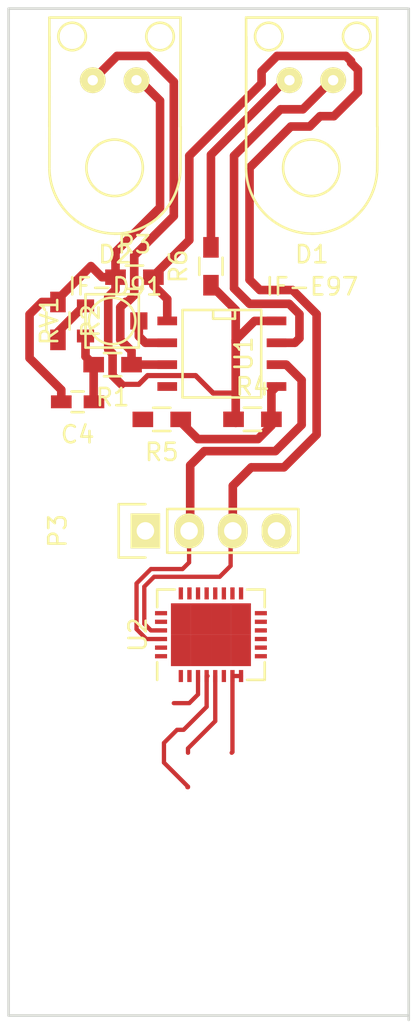
<source format=kicad_pcb>
(kicad_pcb (version 4) (host pcbnew 4.0.2-stable)

  (general
    (links 28)
    (no_connects 6)
    (area 83.924999 70.674999 107.325001 129.575001)
    (thickness 1.6)
    (drawings 5)
    (tracks 156)
    (zones 0)
    (modules 13)
    (nets 34)
  )

  (page A4)
  (layers
    (0 F.Cu signal)
    (31 B.Cu signal)
    (32 B.Adhes user)
    (33 F.Adhes user)
    (34 B.Paste user)
    (35 F.Paste user)
    (36 B.SilkS user)
    (37 F.SilkS user)
    (38 B.Mask user)
    (39 F.Mask user)
    (40 Dwgs.User user)
    (41 Cmts.User user)
    (42 Eco1.User user)
    (43 Eco2.User user)
    (44 Edge.Cuts user)
    (45 Margin user)
    (46 B.CrtYd user)
    (47 F.CrtYd user)
    (48 B.Fab user)
    (49 F.Fab user)
  )

  (setup
    (last_trace_width 0.5)
    (user_trace_width 0.3)
    (user_trace_width 0.5)
    (trace_clearance 0.2)
    (zone_clearance 0.508)
    (zone_45_only no)
    (trace_min 0.2)
    (segment_width 0.2)
    (edge_width 0.15)
    (via_size 0.6)
    (via_drill 0.4)
    (via_min_size 0.4)
    (via_min_drill 0.3)
    (uvia_size 0.3)
    (uvia_drill 0.1)
    (uvias_allowed no)
    (uvia_min_size 0.2)
    (uvia_min_drill 0.1)
    (pcb_text_width 0.3)
    (pcb_text_size 1.5 1.5)
    (mod_edge_width 0.15)
    (mod_text_size 1 1)
    (mod_text_width 0.15)
    (pad_size 1.5 1.5)
    (pad_drill 0.6)
    (pad_to_mask_clearance 0.2)
    (aux_axis_origin 0 0)
    (visible_elements 7FFFFFFF)
    (pcbplotparams
      (layerselection 0x00030_80000001)
      (usegerberextensions false)
      (excludeedgelayer true)
      (linewidth 0.100000)
      (plotframeref false)
      (viasonmask false)
      (mode 1)
      (useauxorigin false)
      (hpglpennumber 1)
      (hpglpenspeed 20)
      (hpglpendiameter 15)
      (hpglpenoverlay 2)
      (psnegative false)
      (psa4output false)
      (plotreference true)
      (plotvalue true)
      (plotinvisibletext false)
      (padsonsilk false)
      (subtractmaskfromsilk false)
      (outputformat 1)
      (mirror false)
      (drillshape 1)
      (scaleselection 1)
      (outputdirectory ""))
  )

  (net 0 "")
  (net 1 /GND)
  (net 2 /VCC)
  (net 3 "Net-(D1-Pad1)")
  (net 4 "Net-(D1-Pad2)")
  (net 5 "Net-(D2-Pad1)")
  (net 6 /RX)
  (net 7 /TX)
  (net 8 "Net-(R2-Pad2)")
  (net 9 "Net-(R4-Pad2)")
  (net 10 "Net-(RV1-Pad2)")
  (net 11 /D-)
  (net 12 /D+)
  (net 13 /RST)
  (net 14 /SUSP1)
  (net 15 /DCD)
  (net 16 /RI)
  (net 17 /SUSP2)
  (net 18 /CTS)
  (net 19 /RTS)
  (net 20 /DSR)
  (net 21 /DTR)
  (net 22 /Vdd)
  (net 23 "Net-(U2-Pad10)")
  (net 24 "Net-(U2-Pad13)")
  (net 25 "Net-(U2-Pad14)")
  (net 26 "Net-(U2-Pad15)")
  (net 27 "Net-(U2-Pad16)")
  (net 28 "Net-(U2-Pad17)")
  (net 29 "Net-(U2-Pad18)")
  (net 30 "Net-(U2-Pad19)")
  (net 31 "Net-(U2-Pad20)")
  (net 32 "Net-(U2-Pad21)")
  (net 33 "Net-(U2-Pad22)")

  (net_class Default "This is the default net class."
    (clearance 0.2)
    (trace_width 0.25)
    (via_dia 0.6)
    (via_drill 0.4)
    (uvia_dia 0.3)
    (uvia_drill 0.1)
    (add_net /CTS)
    (add_net /D+)
    (add_net /D-)
    (add_net /DCD)
    (add_net /DSR)
    (add_net /DTR)
    (add_net /GND)
    (add_net /RI)
    (add_net /RST)
    (add_net /RTS)
    (add_net /RX)
    (add_net /SUSP1)
    (add_net /SUSP2)
    (add_net /TX)
    (add_net /VCC)
    (add_net /Vdd)
    (add_net "Net-(D1-Pad1)")
    (add_net "Net-(D1-Pad2)")
    (add_net "Net-(D2-Pad1)")
    (add_net "Net-(R2-Pad2)")
    (add_net "Net-(R4-Pad2)")
    (add_net "Net-(RV1-Pad2)")
    (add_net "Net-(U2-Pad10)")
    (add_net "Net-(U2-Pad13)")
    (add_net "Net-(U2-Pad14)")
    (add_net "Net-(U2-Pad15)")
    (add_net "Net-(U2-Pad16)")
    (add_net "Net-(U2-Pad17)")
    (add_net "Net-(U2-Pad18)")
    (add_net "Net-(U2-Pad19)")
    (add_net "Net-(U2-Pad20)")
    (add_net "Net-(U2-Pad21)")
    (add_net "Net-(U2-Pad22)")
  )

  (net_class Test ""
    (clearance 0.3)
    (trace_width 0.5)
    (via_dia 0.6)
    (via_drill 0.4)
    (uvia_dia 0.3)
    (uvia_drill 0.1)
  )

  (module Capacitors_SMD:C_0603_HandSoldering (layer F.Cu) (tedit 541A9B4D) (tstamp 570519D7)
    (at 88.011 93.59392 180)
    (descr "Capacitor SMD 0603, hand soldering")
    (tags "capacitor 0603")
    (path /5705332F)
    (attr smd)
    (fp_text reference C4 (at 0 -1.9 180) (layer F.SilkS)
      (effects (font (size 1 1) (thickness 0.15)))
    )
    (fp_text value C (at 0 1.9 180) (layer F.Fab)
      (effects (font (size 1 1) (thickness 0.15)))
    )
    (fp_line (start -1.85 -0.75) (end 1.85 -0.75) (layer F.CrtYd) (width 0.05))
    (fp_line (start -1.85 0.75) (end 1.85 0.75) (layer F.CrtYd) (width 0.05))
    (fp_line (start -1.85 -0.75) (end -1.85 0.75) (layer F.CrtYd) (width 0.05))
    (fp_line (start 1.85 -0.75) (end 1.85 0.75) (layer F.CrtYd) (width 0.05))
    (fp_line (start -0.35 -0.6) (end 0.35 -0.6) (layer F.SilkS) (width 0.15))
    (fp_line (start 0.35 0.6) (end -0.35 0.6) (layer F.SilkS) (width 0.15))
    (pad 1 smd rect (at -0.95 0 180) (size 1.2 0.75) (layers F.Cu F.Paste F.Mask)
      (net 1 /GND))
    (pad 2 smd rect (at 0.95 0 180) (size 1.2 0.75) (layers F.Cu F.Paste F.Mask)
      (net 2 /VCC))
    (model Capacitors_SMD.3dshapes/C_0603_HandSoldering.wrl
      (at (xyz 0 0 0))
      (scale (xyz 1 1 1))
      (rotate (xyz 0 0 0))
    )
  )

  (module hw:IF-E97 (layer F.Cu) (tedit 57051B85) (tstamp 570519E9)
    (at 101.6 80.01)
    (path /57029DC9)
    (fp_text reference D1 (at 0.02 5.02) (layer F.SilkS)
      (effects (font (size 1 1) (thickness 0.15)))
    )
    (fp_text value IF-E97 (at 0.03 6.89) (layer F.SilkS)
      (effects (font (size 1 1) (thickness 0.15)))
    )
    (fp_arc (start 0.03 -0.02) (end 0.12 3.81) (angle 90) (layer F.SilkS) (width 0.15))
    (fp_arc (start -0.01 -0.01) (end 3.82 -0.01) (angle 90) (layer F.SilkS) (width 0.15))
    (fp_line (start 3.83 -2.4) (end 3.82 -0.02) (layer F.SilkS) (width 0.15))
    (fp_circle (center -0.01 -0.01) (end 0 1.63) (layer F.SilkS) (width 0.15))
    (fp_line (start -3.79 -7.63) (end -3.8 -0.01) (layer F.SilkS) (width 0.15))
    (fp_line (start -3.79 -8.74) (end -2.46 -8.74) (layer F.SilkS) (width 0.15))
    (fp_circle (center 2.63 -7.64) (end 2.63 -6.84) (layer F.SilkS) (width 0.15))
    (fp_circle (center -2.48 -7.64) (end -2.49 -6.84) (layer F.SilkS) (width 0.15))
    (fp_line (start 3.82 -2.39) (end 3.82 -8.74) (layer F.SilkS) (width 0.15))
    (fp_line (start -3.8 -2.39) (end -3.8 -8.74) (layer F.SilkS) (width 0.15))
    (fp_line (start -3.8 -8.74) (end 3.82 -8.74) (layer F.SilkS) (width 0.15))
    (pad 1 thru_hole circle (at -1.28 -5.1) (size 1.5 1.5) (drill 0.6) (layers *.Mask F.Cu F.SilkS)
      (net 3 "Net-(D1-Pad1)"))
    (pad 2 thru_hole circle (at 1.26 -5.1) (size 1.5 1.5) (drill 0.6) (layers *.Mask F.Cu F.SilkS)
      (net 4 "Net-(D1-Pad2)"))
  )

  (module hw:IF-D91 (layer F.Cu) (tedit 57051B7E) (tstamp 570519EF)
    (at 90.17 80.01)
    (path /57029E87)
    (fp_text reference D2 (at 0.02 5.02) (layer F.SilkS)
      (effects (font (size 1 1) (thickness 0.15)))
    )
    (fp_text value IF-D91 (at 0.03 6.89) (layer F.SilkS)
      (effects (font (size 1 1) (thickness 0.15)))
    )
    (fp_arc (start 0.03 -0.02) (end 0.12 3.81) (angle 90) (layer F.SilkS) (width 0.15))
    (fp_arc (start -0.01 -0.01) (end 3.82 -0.01) (angle 90) (layer F.SilkS) (width 0.15))
    (fp_line (start 3.83 -2.4) (end 3.82 -0.02) (layer F.SilkS) (width 0.15))
    (fp_circle (center -0.01 -0.01) (end 0 1.63) (layer F.SilkS) (width 0.15))
    (fp_line (start -3.79 -7.63) (end -3.8 -0.01) (layer F.SilkS) (width 0.15))
    (fp_line (start -3.79 -8.74) (end -2.46 -8.74) (layer F.SilkS) (width 0.15))
    (fp_circle (center 2.63 -7.64) (end 2.63 -6.84) (layer F.SilkS) (width 0.15))
    (fp_circle (center -2.48 -7.64) (end -2.49 -6.84) (layer F.SilkS) (width 0.15))
    (fp_line (start 3.82 -2.39) (end 3.82 -8.74) (layer F.SilkS) (width 0.15))
    (fp_line (start -3.8 -2.39) (end -3.8 -8.74) (layer F.SilkS) (width 0.15))
    (fp_line (start -3.8 -8.74) (end 3.82 -8.74) (layer F.SilkS) (width 0.15))
    (pad 1 thru_hole circle (at -1.28 -5.1) (size 1.5 1.5) (drill 0.6) (layers *.Mask F.Cu F.SilkS)
      (net 5 "Net-(D2-Pad1)"))
    (pad 2 thru_hole circle (at 1.26 -5.1) (size 1.5 1.5) (drill 0.6) (layers *.Mask F.Cu F.SilkS)
      (net 2 /VCC))
  )

  (module Resistors_SMD:R_0603_HandSoldering (layer F.Cu) (tedit 5418A00F) (tstamp 57051A36)
    (at 90.043 91.43492 180)
    (descr "Resistor SMD 0603, hand soldering")
    (tags "resistor 0603")
    (path /57025223)
    (attr smd)
    (fp_text reference R1 (at 0 -1.9 180) (layer F.SilkS)
      (effects (font (size 1 1) (thickness 0.15)))
    )
    (fp_text value 100k (at 0 1.9 180) (layer F.Fab)
      (effects (font (size 1 1) (thickness 0.15)))
    )
    (fp_line (start -2 -0.8) (end 2 -0.8) (layer F.CrtYd) (width 0.05))
    (fp_line (start -2 0.8) (end 2 0.8) (layer F.CrtYd) (width 0.05))
    (fp_line (start -2 -0.8) (end -2 0.8) (layer F.CrtYd) (width 0.05))
    (fp_line (start 2 -0.8) (end 2 0.8) (layer F.CrtYd) (width 0.05))
    (fp_line (start 0.5 0.675) (end -0.5 0.675) (layer F.SilkS) (width 0.15))
    (fp_line (start -0.5 -0.675) (end 0.5 -0.675) (layer F.SilkS) (width 0.15))
    (pad 1 smd rect (at -1.1 0 180) (size 1.2 0.9) (layers F.Cu F.Paste F.Mask)
      (net 5 "Net-(D2-Pad1)"))
    (pad 2 smd rect (at 1.1 0 180) (size 1.2 0.9) (layers F.Cu F.Paste F.Mask)
      (net 1 /GND))
    (model Resistors_SMD.3dshapes/R_0603_HandSoldering.wrl
      (at (xyz 0 0 0))
      (scale (xyz 1 1 1))
      (rotate (xyz 0 0 0))
    )
  )

  (module Resistors_SMD:R_0603_HandSoldering (layer F.Cu) (tedit 5418A00F) (tstamp 57051A3C)
    (at 86.868 88.89492 270)
    (descr "Resistor SMD 0603, hand soldering")
    (tags "resistor 0603")
    (path /57025332)
    (attr smd)
    (fp_text reference R2 (at 0 -1.9 270) (layer F.SilkS)
      (effects (font (size 1 1) (thickness 0.15)))
    )
    (fp_text value 47k (at 0 1.9 270) (layer F.Fab)
      (effects (font (size 1 1) (thickness 0.15)))
    )
    (fp_line (start -2 -0.8) (end 2 -0.8) (layer F.CrtYd) (width 0.05))
    (fp_line (start -2 0.8) (end 2 0.8) (layer F.CrtYd) (width 0.05))
    (fp_line (start -2 -0.8) (end -2 0.8) (layer F.CrtYd) (width 0.05))
    (fp_line (start 2 -0.8) (end 2 0.8) (layer F.CrtYd) (width 0.05))
    (fp_line (start 0.5 0.675) (end -0.5 0.675) (layer F.SilkS) (width 0.15))
    (fp_line (start -0.5 -0.675) (end 0.5 -0.675) (layer F.SilkS) (width 0.15))
    (pad 1 smd rect (at -1.1 0 270) (size 1.2 0.9) (layers F.Cu F.Paste F.Mask)
      (net 2 /VCC))
    (pad 2 smd rect (at 1.1 0 270) (size 1.2 0.9) (layers F.Cu F.Paste F.Mask)
      (net 8 "Net-(R2-Pad2)"))
    (model Resistors_SMD.3dshapes/R_0603_HandSoldering.wrl
      (at (xyz 0 0 0))
      (scale (xyz 1 1 1))
      (rotate (xyz 0 0 0))
    )
  )

  (module Resistors_SMD:R_0603_HandSoldering (layer F.Cu) (tedit 5418A00F) (tstamp 57051A42)
    (at 91.313 86.35492)
    (descr "Resistor SMD 0603, hand soldering")
    (tags "resistor 0603")
    (path /5702575B)
    (attr smd)
    (fp_text reference R3 (at 0 -1.9) (layer F.SilkS)
      (effects (font (size 1 1) (thickness 0.15)))
    )
    (fp_text value 1k (at 0 1.9) (layer F.Fab)
      (effects (font (size 1 1) (thickness 0.15)))
    )
    (fp_line (start -2 -0.8) (end 2 -0.8) (layer F.CrtYd) (width 0.05))
    (fp_line (start -2 0.8) (end 2 0.8) (layer F.CrtYd) (width 0.05))
    (fp_line (start -2 -0.8) (end -2 0.8) (layer F.CrtYd) (width 0.05))
    (fp_line (start 2 -0.8) (end 2 0.8) (layer F.CrtYd) (width 0.05))
    (fp_line (start 0.5 0.675) (end -0.5 0.675) (layer F.SilkS) (width 0.15))
    (fp_line (start -0.5 -0.675) (end 0.5 -0.675) (layer F.SilkS) (width 0.15))
    (pad 1 smd rect (at -1.1 0) (size 1.2 0.9) (layers F.Cu F.Paste F.Mask)
      (net 2 /VCC))
    (pad 2 smd rect (at 1.1 0) (size 1.2 0.9) (layers F.Cu F.Paste F.Mask)
      (net 6 /RX))
    (model Resistors_SMD.3dshapes/R_0603_HandSoldering.wrl
      (at (xyz 0 0 0))
      (scale (xyz 1 1 1))
      (rotate (xyz 0 0 0))
    )
  )

  (module Resistors_SMD:R_0603_HandSoldering (layer F.Cu) (tedit 5418A00F) (tstamp 57051A48)
    (at 98.171 94.60992)
    (descr "Resistor SMD 0603, hand soldering")
    (tags "resistor 0603")
    (path /57025951)
    (attr smd)
    (fp_text reference R4 (at 0 -1.9) (layer F.SilkS)
      (effects (font (size 1 1) (thickness 0.15)))
    )
    (fp_text value 4k7 (at 0 1.9) (layer F.Fab)
      (effects (font (size 1 1) (thickness 0.15)))
    )
    (fp_line (start -2 -0.8) (end 2 -0.8) (layer F.CrtYd) (width 0.05))
    (fp_line (start -2 0.8) (end 2 0.8) (layer F.CrtYd) (width 0.05))
    (fp_line (start -2 -0.8) (end -2 0.8) (layer F.CrtYd) (width 0.05))
    (fp_line (start 2 -0.8) (end 2 0.8) (layer F.CrtYd) (width 0.05))
    (fp_line (start 0.5 0.675) (end -0.5 0.675) (layer F.SilkS) (width 0.15))
    (fp_line (start -0.5 -0.675) (end 0.5 -0.675) (layer F.SilkS) (width 0.15))
    (pad 1 smd rect (at -1.1 0) (size 1.2 0.9) (layers F.Cu F.Paste F.Mask)
      (net 2 /VCC))
    (pad 2 smd rect (at 1.1 0) (size 1.2 0.9) (layers F.Cu F.Paste F.Mask)
      (net 9 "Net-(R4-Pad2)"))
    (model Resistors_SMD.3dshapes/R_0603_HandSoldering.wrl
      (at (xyz 0 0 0))
      (scale (xyz 1 1 1))
      (rotate (xyz 0 0 0))
    )
  )

  (module Resistors_SMD:R_0603_HandSoldering (layer F.Cu) (tedit 5418A00F) (tstamp 57051A54)
    (at 95.758 85.71992 90)
    (descr "Resistor SMD 0603, hand soldering")
    (tags "resistor 0603")
    (path /57025B06)
    (attr smd)
    (fp_text reference R6 (at 0 -1.9 90) (layer F.SilkS)
      (effects (font (size 1 1) (thickness 0.15)))
    )
    (fp_text value 100 (at 0 1.9 90) (layer F.Fab)
      (effects (font (size 1 1) (thickness 0.15)))
    )
    (fp_line (start -2 -0.8) (end 2 -0.8) (layer F.CrtYd) (width 0.05))
    (fp_line (start -2 0.8) (end 2 0.8) (layer F.CrtYd) (width 0.05))
    (fp_line (start -2 -0.8) (end -2 0.8) (layer F.CrtYd) (width 0.05))
    (fp_line (start 2 -0.8) (end 2 0.8) (layer F.CrtYd) (width 0.05))
    (fp_line (start 0.5 0.675) (end -0.5 0.675) (layer F.SilkS) (width 0.15))
    (fp_line (start -0.5 -0.675) (end 0.5 -0.675) (layer F.SilkS) (width 0.15))
    (pad 1 smd rect (at -1.1 0 90) (size 1.2 0.9) (layers F.Cu F.Paste F.Mask)
      (net 2 /VCC))
    (pad 2 smd rect (at 1.1 0 90) (size 1.2 0.9) (layers F.Cu F.Paste F.Mask)
      (net 3 "Net-(D1-Pad1)"))
    (model Resistors_SMD.3dshapes/R_0603_HandSoldering.wrl
      (at (xyz 0 0 0))
      (scale (xyz 1 1 1))
      (rotate (xyz 0 0 0))
    )
  )

  (module hw:smd_murrata_trimmer_pvz3a (layer F.Cu) (tedit 570268B8) (tstamp 57051A6D)
    (at 86.868 88.89492 270)
    (path /570253FB)
    (fp_text reference RV1 (at 0 0.5 270) (layer F.SilkS)
      (effects (font (size 1 1) (thickness 0.15)))
    )
    (fp_text value 10k (at 0 -0.5 270) (layer F.Fab)
      (effects (font (size 1 1) (thickness 0.15)))
    )
    (fp_circle (center 0 -3.15) (end -0.05 -1.8) (layer F.SilkS) (width 0.15))
    (fp_line (start -1.55 -1.6) (end 1.55 -1.6) (layer F.SilkS) (width 0.15))
    (fp_line (start 1.55 -1.6) (end 1.55 -4.7) (layer F.SilkS) (width 0.15))
    (fp_line (start 1.55 -4.7) (end -1.55 -4.7) (layer F.SilkS) (width 0.15))
    (fp_line (start -1.55 -4.7) (end -1.55 -1.6) (layer F.SilkS) (width 0.15))
    (pad 1 smd rect (at -0.875 -1.6 270) (size 0.75 1) (layers F.Cu F.Paste F.Mask)
      (net 8 "Net-(R2-Pad2)"))
    (pad 3 smd rect (at 0.875 -1.6 270) (size 0.75 1) (layers F.Cu F.Paste F.Mask)
      (net 1 /GND))
    (pad 2 smd rect (at 0 -4.7 270) (size 1 1) (layers F.Cu F.Paste F.Mask)
      (net 10 "Net-(RV1-Pad2)"))
  )

  (module SMD_Packages:SOIC-8-N (layer F.Cu) (tedit 0) (tstamp 57051A79)
    (at 96.393 90.79992 270)
    (descr "Module Narrow CMS SOJ 8 pins large")
    (tags "CMS SOJ")
    (path /57025466)
    (attr smd)
    (fp_text reference U1 (at 0 -1.27 270) (layer F.SilkS)
      (effects (font (size 1 1) (thickness 0.15)))
    )
    (fp_text value LM393 (at 0 1.27 270) (layer F.Fab)
      (effects (font (size 1 1) (thickness 0.15)))
    )
    (fp_line (start -2.54 -2.286) (end 2.54 -2.286) (layer F.SilkS) (width 0.15))
    (fp_line (start 2.54 -2.286) (end 2.54 2.286) (layer F.SilkS) (width 0.15))
    (fp_line (start 2.54 2.286) (end -2.54 2.286) (layer F.SilkS) (width 0.15))
    (fp_line (start -2.54 2.286) (end -2.54 -2.286) (layer F.SilkS) (width 0.15))
    (fp_line (start -2.54 -0.762) (end -2.032 -0.762) (layer F.SilkS) (width 0.15))
    (fp_line (start -2.032 -0.762) (end -2.032 0.508) (layer F.SilkS) (width 0.15))
    (fp_line (start -2.032 0.508) (end -2.54 0.508) (layer F.SilkS) (width 0.15))
    (pad 8 smd rect (at -1.905 -3.175 270) (size 0.508 1.143) (layers F.Cu F.Paste F.Mask)
      (net 2 /VCC))
    (pad 7 smd rect (at -0.635 -3.175 270) (size 0.508 1.143) (layers F.Cu F.Paste F.Mask)
      (net 4 "Net-(D1-Pad2)"))
    (pad 6 smd rect (at 0.635 -3.175 270) (size 0.508 1.143) (layers F.Cu F.Paste F.Mask)
      (net 7 /TX))
    (pad 5 smd rect (at 1.905 -3.175 270) (size 0.508 1.143) (layers F.Cu F.Paste F.Mask)
      (net 9 "Net-(R4-Pad2)"))
    (pad 4 smd rect (at 1.905 3.175 270) (size 0.508 1.143) (layers F.Cu F.Paste F.Mask)
      (net 1 /GND))
    (pad 3 smd rect (at 0.635 3.175 270) (size 0.508 1.143) (layers F.Cu F.Paste F.Mask)
      (net 5 "Net-(D2-Pad1)"))
    (pad 2 smd rect (at -0.635 3.175 270) (size 0.508 1.143) (layers F.Cu F.Paste F.Mask)
      (net 10 "Net-(RV1-Pad2)"))
    (pad 1 smd rect (at -1.905 3.175 270) (size 0.508 1.143) (layers F.Cu F.Paste F.Mask)
      (net 6 /RX))
    (model SMD_Packages.3dshapes/SOIC-8-N.wrl
      (at (xyz 0 0 0))
      (scale (xyz 0.5 0.38 0.5))
      (rotate (xyz 0 0 0))
    )
  )

  (module Resistors_SMD:R_0603_HandSoldering (layer F.Cu) (tedit 5418A00F) (tstamp 570575D7)
    (at 92.9005 94.615 180)
    (descr "Resistor SMD 0603, hand soldering")
    (tags "resistor 0603")
    (path /570259EE)
    (attr smd)
    (fp_text reference R5 (at 0 -1.9 180) (layer F.SilkS)
      (effects (font (size 1 1) (thickness 0.15)))
    )
    (fp_text value 4k7 (at 0 1.9 180) (layer F.Fab)
      (effects (font (size 1 1) (thickness 0.15)))
    )
    (fp_line (start -2 -0.8) (end 2 -0.8) (layer F.CrtYd) (width 0.05))
    (fp_line (start -2 0.8) (end 2 0.8) (layer F.CrtYd) (width 0.05))
    (fp_line (start -2 -0.8) (end -2 0.8) (layer F.CrtYd) (width 0.05))
    (fp_line (start 2 -0.8) (end 2 0.8) (layer F.CrtYd) (width 0.05))
    (fp_line (start 0.5 0.675) (end -0.5 0.675) (layer F.SilkS) (width 0.15))
    (fp_line (start -0.5 -0.675) (end 0.5 -0.675) (layer F.SilkS) (width 0.15))
    (pad 1 smd rect (at -1.1 0 180) (size 1.2 0.9) (layers F.Cu F.Paste F.Mask)
      (net 9 "Net-(R4-Pad2)"))
    (pad 2 smd rect (at 1.1 0 180) (size 1.2 0.9) (layers F.Cu F.Paste F.Mask)
      (net 1 /GND))
    (model Resistors_SMD.3dshapes/R_0603_HandSoldering.wrl
      (at (xyz 0 0 0))
      (scale (xyz 1 1 1))
      (rotate (xyz 0 0 0))
    )
  )

  (module Housings_DFN_QFN:QFN-28-1EP_5x6mm_Pitch0.5mm (layer F.Cu) (tedit 54130A77) (tstamp 570575FF)
    (at 95.758 107.1245 90)
    (descr "UHE Package; 28-Lead Plastic QFN (5mm x 6mm); (see Linear Technology 05081932_0_UHE28.pdf)")
    (tags "QFN 0.5")
    (path /57057D88)
    (attr smd)
    (fp_text reference U2 (at 0 -4.25 90) (layer F.SilkS)
      (effects (font (size 1 1) (thickness 0.15)))
    )
    (fp_text value CP2102 (at 0 4.25 90) (layer F.Fab)
      (effects (font (size 1 1) (thickness 0.15)))
    )
    (fp_line (start -3 -3.5) (end -3 3.5) (layer F.CrtYd) (width 0.05))
    (fp_line (start 3 -3.5) (end 3 3.5) (layer F.CrtYd) (width 0.05))
    (fp_line (start -3 -3.5) (end 3 -3.5) (layer F.CrtYd) (width 0.05))
    (fp_line (start -3 3.5) (end 3 3.5) (layer F.CrtYd) (width 0.05))
    (fp_line (start 2.625 -3.125) (end 2.625 -2.1) (layer F.SilkS) (width 0.15))
    (fp_line (start -2.625 3.125) (end -2.625 2.1) (layer F.SilkS) (width 0.15))
    (fp_line (start 2.625 3.125) (end 2.625 2.1) (layer F.SilkS) (width 0.15))
    (fp_line (start -2.625 -3.125) (end -1.6 -3.125) (layer F.SilkS) (width 0.15))
    (fp_line (start -2.625 3.125) (end -1.6 3.125) (layer F.SilkS) (width 0.15))
    (fp_line (start 2.625 3.125) (end 1.6 3.125) (layer F.SilkS) (width 0.15))
    (fp_line (start 2.625 -3.125) (end 1.6 -3.125) (layer F.SilkS) (width 0.15))
    (pad 1 smd rect (at -2.4 -1.75 90) (size 0.7 0.25) (layers F.Cu F.Paste F.Mask)
      (net 15 /DCD))
    (pad 2 smd rect (at -2.4 -1.25 90) (size 0.7 0.25) (layers F.Cu F.Paste F.Mask)
      (net 16 /RI))
    (pad 3 smd rect (at -2.4 -0.75 90) (size 0.7 0.25) (layers F.Cu F.Paste F.Mask)
      (net 1 /GND))
    (pad 4 smd rect (at -2.4 -0.25 90) (size 0.7 0.25) (layers F.Cu F.Paste F.Mask)
      (net 12 /D+))
    (pad 5 smd rect (at -2.4 0.25 90) (size 0.7 0.25) (layers F.Cu F.Paste F.Mask)
      (net 11 /D-))
    (pad 6 smd rect (at -2.4 0.75 90) (size 0.7 0.25) (layers F.Cu F.Paste F.Mask)
      (net 22 /Vdd))
    (pad 7 smd rect (at -2.4 1.25 90) (size 0.7 0.25) (layers F.Cu F.Paste F.Mask)
      (net 2 /VCC))
    (pad 8 smd rect (at -2.4 1.75 90) (size 0.7 0.25) (layers F.Cu F.Paste F.Mask)
      (net 2 /VCC))
    (pad 9 smd rect (at -1.25 2.9 180) (size 0.7 0.25) (layers F.Cu F.Paste F.Mask)
      (net 13 /RST))
    (pad 10 smd rect (at -0.75 2.9 180) (size 0.7 0.25) (layers F.Cu F.Paste F.Mask)
      (net 23 "Net-(U2-Pad10)"))
    (pad 11 smd rect (at -0.25 2.9 180) (size 0.7 0.25) (layers F.Cu F.Paste F.Mask)
      (net 17 /SUSP2))
    (pad 12 smd rect (at 0.25 2.9 180) (size 0.7 0.25) (layers F.Cu F.Paste F.Mask)
      (net 14 /SUSP1))
    (pad 13 smd rect (at 0.75 2.9 180) (size 0.7 0.25) (layers F.Cu F.Paste F.Mask)
      (net 24 "Net-(U2-Pad13)"))
    (pad 14 smd rect (at 1.25 2.9 180) (size 0.7 0.25) (layers F.Cu F.Paste F.Mask)
      (net 25 "Net-(U2-Pad14)"))
    (pad 15 smd rect (at 2.4 1.75 90) (size 0.7 0.25) (layers F.Cu F.Paste F.Mask)
      (net 26 "Net-(U2-Pad15)"))
    (pad 16 smd rect (at 2.4 1.25 90) (size 0.7 0.25) (layers F.Cu F.Paste F.Mask)
      (net 27 "Net-(U2-Pad16)"))
    (pad 17 smd rect (at 2.4 0.75 90) (size 0.7 0.25) (layers F.Cu F.Paste F.Mask)
      (net 28 "Net-(U2-Pad17)"))
    (pad 18 smd rect (at 2.4 0.25 90) (size 0.7 0.25) (layers F.Cu F.Paste F.Mask)
      (net 29 "Net-(U2-Pad18)"))
    (pad 19 smd rect (at 2.4 -0.25 90) (size 0.7 0.25) (layers F.Cu F.Paste F.Mask)
      (net 30 "Net-(U2-Pad19)"))
    (pad 20 smd rect (at 2.4 -0.75 90) (size 0.7 0.25) (layers F.Cu F.Paste F.Mask)
      (net 31 "Net-(U2-Pad20)"))
    (pad 21 smd rect (at 2.4 -1.25 90) (size 0.7 0.25) (layers F.Cu F.Paste F.Mask)
      (net 32 "Net-(U2-Pad21)"))
    (pad 22 smd rect (at 2.4 -1.75 90) (size 0.7 0.25) (layers F.Cu F.Paste F.Mask)
      (net 33 "Net-(U2-Pad22)"))
    (pad 23 smd rect (at 1.25 -2.9 180) (size 0.7 0.25) (layers F.Cu F.Paste F.Mask)
      (net 18 /CTS))
    (pad 24 smd rect (at 0.75 -2.9 180) (size 0.7 0.25) (layers F.Cu F.Paste F.Mask)
      (net 19 /RTS))
    (pad 25 smd rect (at 0.25 -2.9 180) (size 0.7 0.25) (layers F.Cu F.Paste F.Mask)
      (net 6 /RX))
    (pad 26 smd rect (at -0.25 -2.9 180) (size 0.7 0.25) (layers F.Cu F.Paste F.Mask)
      (net 7 /TX))
    (pad 27 smd rect (at -0.75 -2.9 180) (size 0.7 0.25) (layers F.Cu F.Paste F.Mask)
      (net 20 /DSR))
    (pad 28 smd rect (at -1.25 -2.9 180) (size 0.7 0.25) (layers F.Cu F.Paste F.Mask)
      (net 21 /DTR))
    (pad 29 smd rect (at 0.9125 1.74375 90) (size 1.825 1.1625) (layers F.Cu F.Paste F.Mask)
      (solder_paste_margin_ratio -0.2))
    (pad 29 smd rect (at 0.9125 0.58125 90) (size 1.825 1.1625) (layers F.Cu F.Paste F.Mask)
      (solder_paste_margin_ratio -0.2))
    (pad 29 smd rect (at 0.9125 -0.58125 90) (size 1.825 1.1625) (layers F.Cu F.Paste F.Mask)
      (solder_paste_margin_ratio -0.2))
    (pad 29 smd rect (at 0.9125 -1.74375 90) (size 1.825 1.1625) (layers F.Cu F.Paste F.Mask)
      (solder_paste_margin_ratio -0.2))
    (pad 29 smd rect (at -0.9125 1.74375 90) (size 1.825 1.1625) (layers F.Cu F.Paste F.Mask)
      (solder_paste_margin_ratio -0.2))
    (pad 29 smd rect (at -0.9125 0.58125 90) (size 1.825 1.1625) (layers F.Cu F.Paste F.Mask)
      (solder_paste_margin_ratio -0.2))
    (pad 29 smd rect (at -0.9125 -0.58125 90) (size 1.825 1.1625) (layers F.Cu F.Paste F.Mask)
      (solder_paste_margin_ratio -0.2))
    (pad 29 smd rect (at -0.9125 -1.74375 90) (size 1.825 1.1625) (layers F.Cu F.Paste F.Mask)
      (solder_paste_margin_ratio -0.2))
    (model Housings_DFN_QFN.3dshapes/QFN-28-1EP_5x6mm_Pitch0.5mm.wrl
      (at (xyz 0 0 0))
      (scale (xyz 1 1 1))
      (rotate (xyz 0 0 0))
    )
  )

  (module Pin_Headers:Pin_Header_Straight_1x04 (layer F.Cu) (tedit 0) (tstamp 57057A50)
    (at 91.948 101.092 90)
    (descr "Through hole pin header")
    (tags "pin header")
    (path /5705B4BA)
    (fp_text reference P3 (at 0 -5.1 90) (layer F.SilkS)
      (effects (font (size 1 1) (thickness 0.15)))
    )
    (fp_text value CONN_01X04 (at 0 -3.1 90) (layer F.Fab)
      (effects (font (size 1 1) (thickness 0.15)))
    )
    (fp_line (start -1.75 -1.75) (end -1.75 9.4) (layer F.CrtYd) (width 0.05))
    (fp_line (start 1.75 -1.75) (end 1.75 9.4) (layer F.CrtYd) (width 0.05))
    (fp_line (start -1.75 -1.75) (end 1.75 -1.75) (layer F.CrtYd) (width 0.05))
    (fp_line (start -1.75 9.4) (end 1.75 9.4) (layer F.CrtYd) (width 0.05))
    (fp_line (start -1.27 1.27) (end -1.27 8.89) (layer F.SilkS) (width 0.15))
    (fp_line (start 1.27 1.27) (end 1.27 8.89) (layer F.SilkS) (width 0.15))
    (fp_line (start 1.55 -1.55) (end 1.55 0) (layer F.SilkS) (width 0.15))
    (fp_line (start -1.27 8.89) (end 1.27 8.89) (layer F.SilkS) (width 0.15))
    (fp_line (start 1.27 1.27) (end -1.27 1.27) (layer F.SilkS) (width 0.15))
    (fp_line (start -1.55 0) (end -1.55 -1.55) (layer F.SilkS) (width 0.15))
    (fp_line (start -1.55 -1.55) (end 1.55 -1.55) (layer F.SilkS) (width 0.15))
    (pad 1 thru_hole rect (at 0 0 90) (size 2.032 1.7272) (drill 1.016) (layers *.Cu *.Mask F.SilkS)
      (net 1 /GND))
    (pad 2 thru_hole oval (at 0 2.54 90) (size 2.032 1.7272) (drill 1.016) (layers *.Cu *.Mask F.SilkS)
      (net 7 /TX))
    (pad 3 thru_hole oval (at 0 5.08 90) (size 2.032 1.7272) (drill 1.016) (layers *.Cu *.Mask F.SilkS)
      (net 6 /RX))
    (pad 4 thru_hole oval (at 0 7.62 90) (size 2.032 1.7272) (drill 1.016) (layers *.Cu *.Mask F.SilkS)
      (net 22 /Vdd))
    (model Pin_Headers.3dshapes/Pin_Header_Straight_1x04.wrl
      (at (xyz 0 -0.15 0))
      (scale (xyz 1 1 1))
      (rotate (xyz 0 0 90))
    )
  )

  (gr_line (start 107.25 129.25) (end 107.25 129.5) (angle 90) (layer Edge.Cuts) (width 0.15))
  (gr_line (start 84 129.25) (end 107.25 129.25) (angle 90) (layer Edge.Cuts) (width 0.15))
  (gr_line (start 84 70.75) (end 107.25 70.75) (angle 90) (layer Edge.Cuts) (width 0.15))
  (gr_line (start 107.25 129.25) (end 107.25 70.75) (angle 90) (layer Edge.Cuts) (width 0.15))
  (gr_line (start 84 129.25) (end 84 70.75) (angle 90) (layer Edge.Cuts) (width 0.15))

  (segment (start 95.008 109.5245) (end 95.008 110.592) (width 0.25) (layer F.Cu) (net 1))
  (segment (start 94.5 111.1) (end 93.6 111.1) (width 0.25) (layer F.Cu) (net 1) (tstamp 570580D0))
  (segment (start 95.008 110.592) (end 94.5 111.1) (width 0.25) (layer F.Cu) (net 1) (tstamp 570580CE))
  (segment (start 88.943 91.43492) (end 88.943 93.57592) (width 0.5) (layer F.Cu) (net 1))
  (segment (start 88.943 93.57592) (end 88.961 93.59392) (width 0.5) (layer F.Cu) (net 1) (tstamp 5705317B))
  (segment (start 88.468 89.76992) (end 88.468 90.95992) (width 0.5) (layer F.Cu) (net 1))
  (segment (start 88.468 90.95992) (end 88.943 91.43492) (width 0.5) (layer F.Cu) (net 1) (tstamp 57053173))
  (segment (start 90.213 86.35492) (end 90.213 84.887) (width 0.5) (layer F.Cu) (net 2))
  (segment (start 92.8 76.1) (end 91.61 74.91) (width 0.5) (layer F.Cu) (net 2) (tstamp 57057EF9))
  (segment (start 92.8 82.3) (end 92.8 76.1) (width 0.5) (layer F.Cu) (net 2) (tstamp 57057EF7))
  (segment (start 90.213 84.887) (end 92.8 82.3) (width 0.5) (layer F.Cu) (net 2) (tstamp 57057EF6))
  (segment (start 91.61 74.91) (end 91.43 74.91) (width 0.5) (layer F.Cu) (net 2) (tstamp 57057EFB))
  (segment (start 97.008 109.5245) (end 97.008 113.939) (width 0.25) (layer F.Cu) (net 2))
  (segment (start 97.008 113.939) (end 96.9645 113.9825) (width 0.25) (layer F.Cu) (net 2) (tstamp 57057C94))
  (segment (start 97.008 109.5245) (end 97.508 109.5245) (width 0.25) (layer F.Cu) (net 2))
  (segment (start 90.213 86.35492) (end 90.213 87.07392) (width 0.5) (layer F.Cu) (net 2))
  (segment (start 95.885 93.08592) (end 97.198 93.08592) (width 0.3) (layer F.Cu) (net 2) (tstamp 570576A5))
  (segment (start 94.869 92.06992) (end 95.885 93.08592) (width 0.3) (layer F.Cu) (net 2) (tstamp 570576A4))
  (segment (start 92.075 92.06992) (end 94.869 92.06992) (width 0.3) (layer F.Cu) (net 2) (tstamp 570576A3))
  (segment (start 91.567 92.57792) (end 92.075 92.06992) (width 0.3) (layer F.Cu) (net 2) (tstamp 570576A2))
  (segment (start 90.551 92.57792) (end 91.567 92.57792) (width 0.3) (layer F.Cu) (net 2) (tstamp 570576A1))
  (segment (start 90.043 92.06992) (end 90.551 92.57792) (width 0.5) (layer F.Cu) (net 2) (tstamp 570576A0))
  (segment (start 90.043 90.79992) (end 90.043 92.06992) (width 0.5) (layer F.Cu) (net 2) (tstamp 5705769F))
  (segment (start 89.789 90.54592) (end 90.043 90.79992) (width 0.5) (layer F.Cu) (net 2) (tstamp 5705769E))
  (segment (start 89.789 87.49792) (end 89.789 90.54592) (width 0.5) (layer F.Cu) (net 2) (tstamp 5705769D))
  (segment (start 90.213 87.07392) (end 89.789 87.49792) (width 0.5) (layer F.Cu) (net 2) (tstamp 5705769C))
  (segment (start 97.198 90.03792) (end 97.198 93.08592) (width 0.5) (layer F.Cu) (net 2))
  (segment (start 97.198 93.08592) (end 97.198 94.48292) (width 0.5) (layer F.Cu) (net 2) (tstamp 570576A8))
  (segment (start 97.198 94.48292) (end 97.071 94.60992) (width 0.5) (layer F.Cu) (net 2) (tstamp 5705767E))
  (segment (start 97.198 94.82092) (end 97.198 94.60992) (width 0.5) (layer F.Cu) (net 2) (tstamp 570531C2))
  (segment (start 87.061 93.59392) (end 87.061 92.89792) (width 0.5) (layer F.Cu) (net 2))
  (segment (start 85.936 87.79492) (end 86.868 87.79492) (width 0.5) (layer F.Cu) (net 2) (tstamp 57053146))
  (segment (start 85.217 88.51392) (end 85.936 87.79492) (width 0.5) (layer F.Cu) (net 2) (tstamp 57053145))
  (segment (start 85.217 91.05392) (end 85.217 88.51392) (width 0.5) (layer F.Cu) (net 2) (tstamp 57053142))
  (segment (start 87.061 92.89792) (end 85.217 91.05392) (width 0.5) (layer F.Cu) (net 2) (tstamp 57053141))
  (segment (start 90.213 86.35492) (end 89.428 86.35492) (width 0.5) (layer F.Cu) (net 2))
  (segment (start 89.428 86.35492) (end 88.783 85.70992) (width 0.5) (layer F.Cu) (net 2) (tstamp 5705216D))
  (segment (start 97.198 90.16492) (end 97.198 90.03792) (width 0.5) (layer F.Cu) (net 2))
  (segment (start 97.198 90.03792) (end 97.198 88.25992) (width 0.5) (layer F.Cu) (net 2) (tstamp 5705767C))
  (segment (start 97.198 88.25992) (end 95.758 86.81992) (width 0.5) (layer F.Cu) (net 2) (tstamp 5705212D))
  (segment (start 97.198 90.16492) (end 97.198 89.99492) (width 0.5) (layer F.Cu) (net 2) (tstamp 5705212B))
  (segment (start 98.298 88.89492) (end 99.568 88.89492) (width 0.5) (layer F.Cu) (net 2) (tstamp 570520C9))
  (segment (start 97.198 89.99492) (end 98.298 88.89492) (width 0.5) (layer F.Cu) (net 2) (tstamp 570520C8))
  (segment (start 88.783 85.70992) (end 86.868 87.62492) (width 0.5) (layer F.Cu) (net 2) (tstamp 57052070))
  (segment (start 86.868 87.62492) (end 86.868 87.79492) (width 0.5) (layer F.Cu) (net 2) (tstamp 57052071))
  (segment (start 95.758 84.61992) (end 95.758 79.242) (width 0.5) (layer F.Cu) (net 3))
  (segment (start 95.758 79.242) (end 100.09 74.91) (width 0.5) (layer F.Cu) (net 3) (tstamp 57057F06))
  (segment (start 100.09 74.91) (end 100.32 74.91) (width 0.5) (layer F.Cu) (net 3) (tstamp 57057F08))
  (segment (start 99.568 90.16492) (end 100.63508 90.16492) (width 0.5) (layer F.Cu) (net 4))
  (segment (start 101.1 76.6) (end 102.79 74.91) (width 0.5) (layer F.Cu) (net 4) (tstamp 570580BC))
  (segment (start 99.8 76.6) (end 101.1 76.6) (width 0.5) (layer F.Cu) (net 4) (tstamp 570580B6))
  (segment (start 97.1 79.3) (end 99.8 76.6) (width 0.5) (layer F.Cu) (net 4) (tstamp 570580B1))
  (segment (start 97.1 87) (end 97.1 79.3) (width 0.5) (layer F.Cu) (net 4) (tstamp 570580B0))
  (segment (start 98 87.9) (end 97.1 87) (width 0.5) (layer F.Cu) (net 4) (tstamp 570580AE))
  (segment (start 100.3 87.9) (end 98 87.9) (width 0.5) (layer F.Cu) (net 4) (tstamp 570580AB))
  (segment (start 100.9 88.5) (end 100.3 87.9) (width 0.5) (layer F.Cu) (net 4) (tstamp 570580AA))
  (segment (start 100.9 89.9) (end 100.9 88.5) (width 0.5) (layer F.Cu) (net 4) (tstamp 570580A9))
  (segment (start 100.63508 90.16492) (end 100.9 89.9) (width 0.5) (layer F.Cu) (net 4) (tstamp 570580A8))
  (segment (start 102.79 74.91) (end 102.86 74.91) (width 0.5) (layer F.Cu) (net 4) (tstamp 570580BE))
  (segment (start 102.86 75.04) (end 102.86 74.91) (width 0.5) (layer F.Cu) (net 4) (tstamp 57058063))
  (segment (start 91.3 85.1) (end 92.5 83.9) (width 0.5) (layer F.Cu) (net 5))
  (segment (start 91.143 90.643) (end 90.489002 89.989002) (width 0.5) (layer F.Cu) (net 5) (tstamp 57057EC7))
  (segment (start 90.489002 89.989002) (end 90.489002 88.1) (width 0.5) (layer F.Cu) (net 5) (tstamp 57057EC8))
  (segment (start 90.489002 88.1) (end 90.8 87.789002) (width 0.5) (layer F.Cu) (net 5) (tstamp 57057ECA))
  (segment (start 90.8 87.789002) (end 90.910998 87.789002) (width 0.5) (layer F.Cu) (net 5) (tstamp 57057ECF))
  (segment (start 90.910998 87.789002) (end 91.3 87.4) (width 0.5) (layer F.Cu) (net 5) (tstamp 57057ED1))
  (segment (start 91.3 87.4) (end 91.3 85.1) (width 0.5) (layer F.Cu) (net 5) (tstamp 57057ED3))
  (segment (start 91.143 91.43492) (end 91.143 90.643) (width 0.5) (layer F.Cu) (net 5))
  (segment (start 90.3 73.5) (end 88.89 74.91) (width 0.5) (layer F.Cu) (net 5) (tstamp 57057EF2))
  (segment (start 92.1 73.5) (end 90.3 73.5) (width 0.5) (layer F.Cu) (net 5) (tstamp 57057EF1))
  (segment (start 93.6 75) (end 92.1 73.5) (width 0.5) (layer F.Cu) (net 5) (tstamp 57057EE8))
  (segment (start 93.6 82.8) (end 93.6 75) (width 0.5) (layer F.Cu) (net 5) (tstamp 57057EE7))
  (segment (start 92.5 83.9) (end 93.6 82.8) (width 0.5) (layer F.Cu) (net 5) (tstamp 57057EDC))
  (segment (start 91.143 91.43492) (end 91.143 91.26492) (width 0.5) (layer F.Cu) (net 5))
  (segment (start 91.143 91.43492) (end 93.218 91.43492) (width 0.5) (layer F.Cu) (net 5))
  (segment (start 103.9 73.8) (end 103.9 73.9) (width 0.5) (layer F.Cu) (net 6))
  (segment (start 94.5 84.2) (end 94.5 79.3) (width 0.5) (layer F.Cu) (net 6) (tstamp 5705806C))
  (segment (start 94.5 79.3) (end 98.7 75.1) (width 0.5) (layer F.Cu) (net 6) (tstamp 5705806E))
  (segment (start 98.7 75.1) (end 98.7 74.4) (width 0.5) (layer F.Cu) (net 6) (tstamp 57058072))
  (segment (start 98.7 74.4) (end 99.6 73.5) (width 0.5) (layer F.Cu) (net 6) (tstamp 57058074))
  (segment (start 99.6 73.5) (end 103.6 73.5) (width 0.5) (layer F.Cu) (net 6) (tstamp 57058076))
  (segment (start 103.6 73.5) (end 103.9 73.8) (width 0.5) (layer F.Cu) (net 6) (tstamp 57058077))
  (segment (start 92.413 86.287) (end 94.5 84.2) (width 0.5) (layer F.Cu) (net 6) (tstamp 5705806B))
  (segment (start 97.028 98.472) (end 97.028 101.092) (width 0.5) (layer F.Cu) (net 6) (tstamp 570580A1))
  (segment (start 98.1 97.4) (end 97.028 98.472) (width 0.5) (layer F.Cu) (net 6) (tstamp 570580A0))
  (segment (start 100 97.4) (end 98.1 97.4) (width 0.5) (layer F.Cu) (net 6) (tstamp 5705809E))
  (segment (start 101.9 95.5) (end 100 97.4) (width 0.5) (layer F.Cu) (net 6) (tstamp 5705809C))
  (segment (start 101.9 88.5) (end 101.9 95.5) (width 0.5) (layer F.Cu) (net 6) (tstamp 5705809A))
  (segment (start 100.5 87.1) (end 101.9 88.5) (width 0.5) (layer F.Cu) (net 6) (tstamp 57058096))
  (segment (start 98.6 87.1) (end 100.5 87.1) (width 0.5) (layer F.Cu) (net 6) (tstamp 57058093))
  (segment (start 98 86.5) (end 98.6 87.1) (width 0.5) (layer F.Cu) (net 6) (tstamp 57058092))
  (segment (start 98 80) (end 98 86.5) (width 0.5) (layer F.Cu) (net 6) (tstamp 5705808D))
  (segment (start 100.4 77.6) (end 98 80) (width 0.5) (layer F.Cu) (net 6) (tstamp 5705808B))
  (segment (start 101.5 77.6) (end 100.4 77.6) (width 0.5) (layer F.Cu) (net 6) (tstamp 5705808A))
  (segment (start 102.1 77) (end 101.5 77.6) (width 0.5) (layer F.Cu) (net 6) (tstamp 57058089))
  (segment (start 102.9 77) (end 102.1 77) (width 0.5) (layer F.Cu) (net 6) (tstamp 57058088))
  (segment (start 104.3 75.6) (end 102.9 77) (width 0.5) (layer F.Cu) (net 6) (tstamp 57058084))
  (segment (start 104.3 74.3) (end 104.3 75.6) (width 0.5) (layer F.Cu) (net 6) (tstamp 5705807E))
  (segment (start 103.9 73.9) (end 104.3 74.3) (width 0.5) (layer F.Cu) (net 6) (tstamp 5705807C))
  (segment (start 92.413 86.35492) (end 92.413 86.287) (width 0.5) (layer F.Cu) (net 6))
  (segment (start 92.858 106.8745) (end 92.2695 106.8745) (width 0.25) (layer F.Cu) (net 6))
  (segment (start 96.901 103.124) (end 96.901 101.219) (width 0.25) (layer F.Cu) (net 6) (tstamp 57057BDB))
  (segment (start 96.5835 103.4415) (end 96.901 103.124) (width 0.25) (layer F.Cu) (net 6) (tstamp 57057BDA))
  (segment (start 96.266 103.759) (end 96.5835 103.4415) (width 0.25) (layer F.Cu) (net 6) (tstamp 57057BD9))
  (segment (start 92.456 103.759) (end 96.266 103.759) (width 0.25) (layer F.Cu) (net 6) (tstamp 57057BD7))
  (segment (start 91.8845 104.3305) (end 92.456 103.759) (width 0.25) (layer F.Cu) (net 6) (tstamp 57057BD2))
  (segment (start 91.8845 106.4895) (end 91.8845 104.3305) (width 0.25) (layer F.Cu) (net 6) (tstamp 57057BD1))
  (segment (start 92.2695 106.8745) (end 91.8845 106.4895) (width 0.25) (layer F.Cu) (net 6) (tstamp 57057BD0))
  (segment (start 96.901 101.219) (end 97.028 101.092) (width 0.25) (layer F.Cu) (net 6) (tstamp 57057BDD))
  (segment (start 93.218 88.89492) (end 93.218 88.773) (width 0.5) (layer F.Cu) (net 6))
  (segment (start 92.413 86.35492) (end 92.583 86.35492) (width 0.5) (layer F.Cu) (net 6))
  (segment (start 92.413 86.35492) (end 92.413 86.81992) (width 0.5) (layer F.Cu) (net 6))
  (segment (start 93.218 87.62492) (end 93.218 88.89492) (width 0.5) (layer F.Cu) (net 6) (tstamp 5705216A))
  (segment (start 92.413 86.81992) (end 93.218 87.62492) (width 0.5) (layer F.Cu) (net 6) (tstamp 57052169))
  (segment (start 92.858 107.3745) (end 92.0075 107.3745) (width 0.25) (layer F.Cu) (net 7))
  (segment (start 94.488 102.927998) (end 94.488 101.092) (width 0.25) (layer F.Cu) (net 7) (tstamp 57057BE5))
  (segment (start 94.107 103.308998) (end 94.488 102.927998) (width 0.25) (layer F.Cu) (net 7) (tstamp 57057BE4))
  (segment (start 92.269604 103.308998) (end 94.107 103.308998) (width 0.25) (layer F.Cu) (net 7) (tstamp 57057BE3))
  (segment (start 91.434498 104.144104) (end 92.269604 103.308998) (width 0.25) (layer F.Cu) (net 7) (tstamp 57057BE2))
  (segment (start 91.434498 106.801498) (end 91.434498 104.144104) (width 0.25) (layer F.Cu) (net 7) (tstamp 57057BE1))
  (segment (start 92.0075 107.3745) (end 91.434498 106.801498) (width 0.25) (layer F.Cu) (net 7) (tstamp 57057BE0))
  (segment (start 99.568 91.43492) (end 100.13442 91.43492) (width 0.5) (layer F.Cu) (net 7))
  (segment (start 100.13442 91.43492) (end 101.0285 92.329) (width 0.5) (layer F.Cu) (net 7) (tstamp 57057B59))
  (segment (start 101.0285 92.329) (end 101.0285 94.9325) (width 0.5) (layer F.Cu) (net 7) (tstamp 57057B5A))
  (segment (start 101.0285 94.9325) (end 99.502998 96.458002) (width 0.5) (layer F.Cu) (net 7) (tstamp 57057B5B))
  (segment (start 99.502998 96.458002) (end 95.375498 96.458002) (width 0.5) (layer F.Cu) (net 7) (tstamp 57057B5C))
  (segment (start 95.375498 96.458002) (end 94.5515 97.282) (width 0.5) (layer F.Cu) (net 7) (tstamp 57057B60))
  (segment (start 94.5515 97.282) (end 94.5515 101.0285) (width 0.5) (layer F.Cu) (net 7) (tstamp 57057B61))
  (segment (start 94.5515 101.0285) (end 94.488 101.092) (width 0.5) (layer F.Cu) (net 7) (tstamp 57057B63))
  (segment (start 86.868 89.99492) (end 86.868 89.52992) (width 0.5) (layer F.Cu) (net 8))
  (segment (start 86.868 89.52992) (end 88.378 88.01992) (width 0.5) (layer F.Cu) (net 8) (tstamp 57052061))
  (segment (start 88.378 88.01992) (end 88.468 88.01992) (width 0.5) (layer F.Cu) (net 8) (tstamp 57052063))
  (segment (start 99.271 94.60992) (end 99.271 94.9755) (width 0.5) (layer F.Cu) (net 9))
  (segment (start 99.271 94.9755) (end 98.4885 95.758) (width 0.5) (layer F.Cu) (net 9) (tstamp 57057B4B))
  (segment (start 94.996 95.758) (end 94.0005 94.7625) (width 0.5) (layer F.Cu) (net 9) (tstamp 57057B4D))
  (segment (start 98.4885 95.758) (end 94.996 95.758) (width 0.5) (layer F.Cu) (net 9) (tstamp 57057B4C))
  (segment (start 94.0005 94.7625) (end 94.0005 94.615) (width 0.5) (layer F.Cu) (net 9) (tstamp 57057B4E))
  (segment (start 94.0005 94.615) (end 94.2975 94.615) (width 0.5) (layer F.Cu) (net 9))
  (segment (start 99.271 94.60992) (end 99.271 93.00192) (width 0.5) (layer F.Cu) (net 9))
  (segment (start 99.271 93.00192) (end 99.568 92.70492) (width 0.5) (layer F.Cu) (net 9) (tstamp 57057681))
  (segment (start 99.398 92.87492) (end 99.568 92.70492) (width 0.5) (layer F.Cu) (net 9) (tstamp 570520C3))
  (segment (start 91.568 88.89492) (end 91.568 89.78492) (width 0.5) (layer F.Cu) (net 10))
  (segment (start 91.948 90.16492) (end 93.218 90.16492) (width 0.5) (layer F.Cu) (net 10) (tstamp 57052086))
  (segment (start 91.568 89.78492) (end 91.948 90.16492) (width 0.5) (layer F.Cu) (net 10) (tstamp 57052085))
  (segment (start 94.4245 113.9825) (end 94.4245 113.7285) (width 0.25) (layer F.Cu) (net 11))
  (segment (start 94.4245 113.7285) (end 96.008 112.145) (width 0.25) (layer F.Cu) (net 11) (tstamp 57057C98))
  (segment (start 96.008 112.145) (end 96.008 109.5245) (width 0.25) (layer F.Cu) (net 11) (tstamp 57057C99))
  (segment (start 94.4245 115.98148) (end 94.4245 115.951) (width 0.25) (layer F.Cu) (net 12))
  (segment (start 94.4245 115.951) (end 93.0275 114.554) (width 0.25) (layer F.Cu) (net 12) (tstamp 57057CAD))
  (segment (start 95.508 111.3115) (end 95.508 109.5245) (width 0.25) (layer F.Cu) (net 12) (tstamp 57057CB6))
  (segment (start 94.1705 112.649) (end 95.508 111.3115) (width 0.25) (layer F.Cu) (net 12) (tstamp 57057CB5))
  (segment (start 93.7895 112.649) (end 94.1705 112.649) (width 0.25) (layer F.Cu) (net 12) (tstamp 57057CB4))
  (segment (start 93.0275 113.411) (end 93.7895 112.649) (width 0.25) (layer F.Cu) (net 12) (tstamp 57057CB3))
  (segment (start 93.0275 114.554) (end 93.0275 113.411) (width 0.25) (layer F.Cu) (net 12) (tstamp 57057CB0))
  (segment (start 94.4245 115.98148) (end 94.39148 115.98148) (width 0.25) (layer F.Cu) (net 12))
  (segment (start 95.557998 109.5245) (end 95.508 109.5245) (width 0.25) (layer F.Cu) (net 12) (tstamp 57057CA5))

  (zone (net 1) (net_name /GND) (layer F.Cu) (tstamp 57057E56) (hatch edge 0.508)
    (connect_pads (clearance 0.508))
    (min_thickness 0.254)
    (fill (arc_segments 16) (thermal_gap 0.508) (thermal_bridge_width 0.508))
    (polygon
      (pts
        (xy 107.75 129.75) (xy 83.5 129.75) (xy 83.5 70.25) (xy 107.75 70.25) (xy 107.75 129.75)
      )
    )
  )
)

</source>
